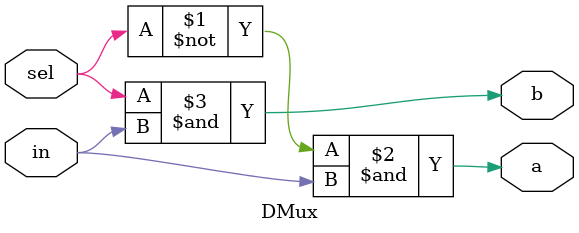
<source format=v>
/**
 * Demultiplexor:
 * {a, b} = {in, 0} if sel == 0
 *          {0, in} if sel == 1
 */

`default_nettype none
module DMux(
	input in,
	input sel,
    output a,
	output b
);

	assign a = ~sel&in;
	assign b = sel&in;

endmodule

</source>
